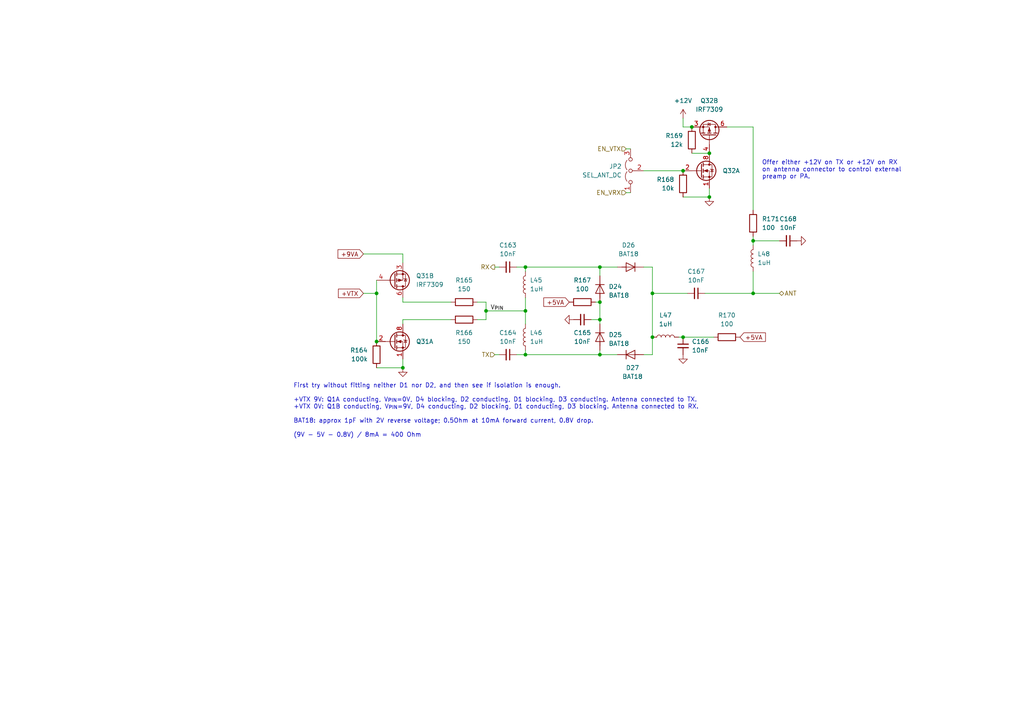
<source format=kicad_sch>
(kicad_sch (version 20211123) (generator eeschema)
  (paper "A4")
  (title_block (title "DART-70 TRX") (date "2023-03-08") (rev "0") (company "HB9EGM") (comment 1 "A 4m Band SSB/CW Transceiver"))
  (lib_symbols
    (symbol "BAT18_1" (pin_numbers hide) (pin_names (offset 0) hide)
      (property "Reference" "D" (at 0 2.54 0))
      (property "Value" "BAT18_1" (at 0 -2.54 0))
      (symbol "BAT18_1_0_1"
        (polyline (pts (xy -1.27 0) (xy 2.54 0)))
        (polyline (pts (xy -1.27 1.27) (xy -1.27 -1.27)) (stroke (width 0.2032)))
        (polyline (pts (xy 1.27 1.27) (xy 1.27 -1.27) (xy -1.27 0) (xy 1.27 1.27)) (stroke (width 0.2032)))
      )
      (symbol "BAT18_1_1_1"
        (pin passive line (at 3.81 0 180) (length 2.54) (name "A") (number "1"))
        (pin no_connect line (at -3.81 1.27 0) (length 2.54) hide (name "NC") (number "2"))
        (pin passive line (at -3.81 0 0) (length 2.54) (name "K") (number "3"))
      )
    )
    (symbol "BAT18_2" (pin_numbers hide) (pin_names (offset 0) hide)
      (property "Reference" "D" (at 0 2.54 0))
      (property "Value" "BAT18_2" (at 0 -2.54 0))
      (symbol "BAT18_2_0_1"
        (polyline (pts (xy -1.27 0) (xy 2.54 0)))
        (polyline (pts (xy -1.27 1.27) (xy -1.27 -1.27)) (stroke (width 0.2032)))
        (polyline (pts (xy 1.27 1.27) (xy 1.27 -1.27) (xy -1.27 0) (xy 1.27 1.27)) (stroke (width 0.2032)))
      )
      (symbol "BAT18_2_1_1"
        (pin passive line (at 3.81 0 180) (length 2.54) (name "A") (number "1"))
        (pin no_connect line (at -3.81 1.27 0) (length 2.54) hide (name "NC") (number "2"))
        (pin passive line (at -3.81 0 0) (length 2.54) (name "K") (number "3"))
      )
    )
    (symbol "BAT18_3" (pin_numbers hide) (pin_names (offset 0) hide)
      (property "Reference" "D" (at 0 2.54 0))
      (property "Value" "BAT18_3" (at 0 -2.54 0))
      (symbol "BAT18_3_0_1"
        (polyline (pts (xy -1.27 0) (xy 2.54 0)))
        (polyline (pts (xy -1.27 1.27) (xy -1.27 -1.27)) (stroke (width 0.2032)))
        (polyline (pts (xy 1.27 1.27) (xy 1.27 -1.27) (xy -1.27 0) (xy 1.27 1.27)) (stroke (width 0.2032)))
      )
      (symbol "BAT18_3_1_1"
        (pin passive line (at 3.81 0 180) (length 2.54) (name "A") (number "1"))
        (pin no_connect line (at -3.81 1.27 0) (length 2.54) hide (name "NC") (number "2"))
        (pin passive line (at -3.81 0 0) (length 2.54) (name "K") (number "3"))
      )
    )
    (symbol "Device:C_Small" (pin_numbers hide) (pin_names (offset 0.254) hide)
      (property "Reference" "C" (at 0.254 1.778 0))
      (property "Value" "C_Small" (at 0.254 -2.032 0))
      (symbol "C_Small_0_1"
        (polyline (pts (xy -1.524 -0.508) (xy 1.524 -0.508)) (stroke (width 0.3302)))
        (polyline (pts (xy -1.524 0.508) (xy 1.524 0.508)) (stroke (width 0.3048)))
      )
      (symbol "C_Small_1_1"
        (pin passive line (at 0 2.54 270) (length 2.032) (name "~") (number "1"))
        (pin passive line (at 0 -2.54 90) (length 2.032) (name "~") (number "2"))
      )
    )
    (symbol "Device:L" (pin_numbers hide) (pin_names (offset 1.016) hide)
      (property "Reference" "L" (at -1.27 0 90))
      (property "Value" "L" (at 1.905 0 90))
      (symbol "L_0_1"
        (arc (start 0 -2.54) (mid 0.635 -1.905) (end 0 -1.27))
        (arc (start 0 -1.27) (mid 0.635 -0.635) (end 0 0))
        (arc (start 0 0) (mid 0.635 0.635) (end 0 1.27))
        (arc (start 0 1.27) (mid 0.635 1.905) (end 0 2.54))
      )
      (symbol "L_1_1"
        (pin passive line (at 0 3.81 270) (length 1.27) (name "1") (number "1"))
        (pin passive line (at 0 -3.81 90) (length 1.27) (name "2") (number "2"))
      )
    )
    (symbol "Device:R" (pin_numbers hide) (pin_names (offset 0))
      (property "Reference" "R" (at 2.032 0 90))
      (property "Value" "R" (at 0 0 90))
      (symbol "R_0_1"
        (rectangle (start -1.016 -2.54) (end 1.016 2.54) (stroke (width 0.254)))
      )
      (symbol "R_1_1"
        (pin passive line (at 0 3.81 270) (length 1.27) (name "~") (number "1"))
        (pin passive line (at 0 -3.81 90) (length 1.27) (name "~") (number "2"))
      )
    )
    (symbol "Jumper:Jumper_3_Open" (pin_names (offset 0) hide)
      (property "Reference" "JP" (at -2.54 -2.54 0))
      (property "Value" "Jumper_3_Open" (at 0 2.794 0))
      (symbol "Jumper_3_Open_0_0"
        (circle (center -3.302 0) (radius 0.508))
        (circle (center 0 0) (radius 0.508))
        (circle (center 3.302 0) (radius 0.508))
      )
      (symbol "Jumper_3_Open_0_1"
        (arc (start -0.254 1.016) (mid -1.651 1.4992) (end -3.048 1.016))
        (polyline (pts (xy 0 -0.508) (xy 0 -1.27)))
        (arc (start 3.048 1.016) (mid 1.651 1.4992) (end 0.254 1.016))
      )
      (symbol "Jumper_3_Open_1_1"
        (pin passive line (at -6.35 0 0) (length 2.54) (name "A") (number "1"))
        (pin passive line (at 0 -3.81 90) (length 2.54) (name "C") (number "2"))
        (pin passive line (at 6.35 0 180) (length 2.54) (name "B") (number "3"))
      )
    )
    (symbol "Transistor_FET:IRF7309IPBF" (pin_names hide)
      (property "Reference" "Q" (at 5.08 1.905 0))
      (property "Value" "IRF7309IPBF" (at 5.08 0 0))
      (symbol "IRF7309IPBF_0_1"
        (polyline (pts (xy 0.254 0) (xy -2.54 0)))
        (polyline (pts (xy 0.254 1.905) (xy 0.254 -1.905)) (stroke (width 0.254)))
        (polyline (pts (xy 0.762 -1.27) (xy 0.762 -2.286)) (stroke (width 0.254)))
        (polyline (pts (xy 0.762 0.508) (xy 0.762 -0.508)) (stroke (width 0.254)))
        (polyline (pts (xy 0.762 2.286) (xy 0.762 1.27)) (stroke (width 0.254)))
        (polyline (pts (xy 2.54 2.54) (xy 2.54 1.778)))
        (polyline (pts (xy 2.54 -2.54) (xy 2.54 0) (xy 0.762 0)))
        (polyline (pts (xy 0.762 -1.778) (xy 3.302 -1.778) (xy 3.302 1.778) (xy 0.762 1.778)))
        (circle (center 1.651 0) (radius 2.794) (stroke (width 0.254)))
        (circle (center 2.54 -1.778) (radius 0.254) (fill (type outline)))
        (circle (center 2.54 1.778) (radius 0.254) (fill (type outline)))
      )
      (symbol "IRF7309IPBF_1_1"
        (polyline (pts (xy 1.016 0) (xy 2.032 0.381) (xy 2.032 -0.381) (xy 1.016 0)) (fill (type outline)))
        (polyline (pts (xy 2.794 0.508) (xy 2.921 0.381) (xy 3.683 0.381) (xy 3.81 0.254)))
        (polyline (pts (xy 3.302 0.381) (xy 2.921 -0.254) (xy 3.683 -0.254) (xy 3.302 0.381)))
        (pin passive line (at 2.54 -5.08 90) (length 2.54) (name "S") (number "1"))
        (pin input line (at -5.08 0 0) (length 2.54) (name "G") (number "2"))
        (pin passive line (at 2.54 5.08 270) (length 2.54) hide (name "D") (number "7"))
        (pin passive line (at 2.54 5.08 270) (length 2.54) (name "D") (number "8"))
      )
      (symbol "IRF7309IPBF_2_1"
        (polyline (pts (xy 2.286 0) (xy 1.27 0.381) (xy 1.27 -0.381) (xy 2.286 0)) (fill (type outline)))
        (polyline (pts (xy 2.794 -0.508) (xy 2.921 -0.381) (xy 3.683 -0.381) (xy 3.81 -0.254)))
        (polyline (pts (xy 3.302 -0.381) (xy 2.921 0.254) (xy 3.683 0.254) (xy 3.302 -0.381)))
        (pin passive line (at 2.54 -5.08 90) (length 2.54) (name "1") (number "3"))
        (pin input line (at -5.08 0 0) (length 2.54) (name "G") (number "4"))
        (pin passive line (at 2.54 5.08 270) (length 2.54) hide (name "D") (number "5"))
        (pin passive line (at 2.54 5.08 270) (length 2.54) (name "D") (number "6"))
      )
    )
    (symbol "mpb:BAT18" (pin_numbers hide) (pin_names (offset 0) hide)
      (property "Reference" "D" (at 0 2.54 0))
      (property "Value" "BAT18" (at 0 -2.54 0))
      (symbol "BAT18_0_1"
        (polyline (pts (xy -1.27 0) (xy 2.54 0)))
        (polyline (pts (xy -1.27 1.27) (xy -1.27 -1.27)) (stroke (width 0.2032)))
        (polyline (pts (xy 1.27 1.27) (xy 1.27 -1.27) (xy -1.27 0) (xy 1.27 1.27)) (stroke (width 0.2032)))
      )
      (symbol "BAT18_1_1"
        (pin passive line (at 3.81 0 180) (length 2.54) (name "A") (number "1"))
        (pin no_connect line (at -3.81 1.27 0) (length 2.54) hide (name "NC") (number "2"))
        (pin passive line (at -3.81 0 0) (length 2.54) (name "K") (number "3"))
      )
    )
    (symbol "power:+12V" (power) (pin_names (offset 0))
      (property "Value" "+12V" (at 0 3.556 0))
      (symbol "+12V_0_1"
        (polyline (pts (xy -0.762 1.27) (xy 0 2.54)))
        (polyline (pts (xy 0 0) (xy 0 2.54)))
        (polyline (pts (xy 0 2.54) (xy 0.762 1.27)))
      )
      (symbol "+12V_1_1"
        (pin power_in line (at 0 0 90) (length 0) hide (name "+12V") (number "1"))
      )
    )
    (symbol "power:GND" (power) (pin_names (offset 0))
      (property "Value" "GND" (at 0 -3.81 0))
      (symbol "GND_0_1"
        (polyline (pts (xy 0 0) (xy 0 -1.27) (xy 1.27 -1.27) (xy 0 -2.54) (xy -1.27 -1.27) (xy 0 -1.27)))
      )
      (symbol "GND_1_1"
        (pin power_in line (at 0 0 270) (length 0) hide (name "GND") (number "1"))
      )
    )
  )
  (junction (at 189.23 85.09))
  (junction (at 152.4 102.87))
  (junction (at 109.22 99.06))
  (junction (at 173.99 87.63))
  (junction (at 116.84 106.68))
  (junction (at 140.97 90.17))
  (junction (at 205.74 44.45))
  (junction (at 200.66 36.83))
  (junction (at 198.12 97.79))
  (junction (at 173.99 77.47))
  (junction (at 189.23 97.79))
  (junction (at 173.99 92.71))
  (junction (at 152.4 77.47))
  (junction (at 152.4 90.17))
  (junction (at 109.22 85.09))
  (junction (at 218.44 69.85))
  (junction (at 218.44 85.09))
  (junction (at 205.74 57.15))
  (junction (at 198.12 49.53))
  (junction (at 173.99 102.87))
  (wire (pts (xy 149.86 77.47) (xy 152.4 77.47)))
  (wire (pts (xy 189.23 97.79) (xy 189.23 102.87)))
  (wire (pts (xy 179.07 102.87) (xy 173.99 102.87)))
  (wire (pts (xy 205.74 54.61) (xy 205.74 57.15)))
  (wire (pts (xy 143.51 102.87) (xy 144.78 102.87)))
  (wire (pts (xy 149.86 102.87) (xy 152.4 102.87)))
  (wire (pts (xy 173.99 77.47) (xy 179.07 77.47)))
  (wire (pts (xy 189.23 85.09) (xy 199.39 85.09)))
  (wire (pts (xy 173.99 92.71) (xy 173.99 93.98)))
  (wire (pts (xy 181.61 43.18) (xy 182.88 43.18)))
  (wire (pts (xy 173.99 87.63) (xy 173.99 92.71)))
  (wire (pts (xy 152.4 102.87) (xy 152.4 101.6)))
  (wire (pts (xy 109.22 85.09) (xy 109.22 99.06)))
  (wire (pts (xy 109.22 81.28) (xy 109.22 85.09)))
  (wire (pts (xy 218.44 69.85) (xy 218.44 71.12)))
  (wire (pts (xy 152.4 78.74) (xy 152.4 77.47)))
  (wire (pts (xy 198.12 34.29) (xy 198.12 36.83)))
  (wire (pts (xy 198.12 36.83) (xy 200.66 36.83)))
  (wire (pts (xy 200.66 44.45) (xy 205.74 44.45)))
  (wire (pts (xy 109.22 106.68) (xy 116.84 106.68)))
  (wire (pts (xy 173.99 102.87) (xy 152.4 102.87)))
  (wire (pts (xy 173.99 80.01) (xy 173.99 77.47)))
  (wire (pts (xy 218.44 60.96) (xy 218.44 36.83)))
  (wire (pts (xy 116.84 87.63) (xy 130.81 87.63)))
  (wire (pts (xy 116.84 106.68) (xy 116.84 104.14)))
  (wire (pts (xy 218.44 36.83) (xy 210.82 36.83)))
  (wire (pts (xy 116.84 86.36) (xy 116.84 87.63)))
  (wire (pts (xy 189.23 102.87) (xy 186.69 102.87)))
  (wire (pts (xy 189.23 85.09) (xy 189.23 97.79)))
  (wire (pts (xy 198.12 97.79) (xy 207.01 97.79)))
  (wire (pts (xy 204.47 85.09) (xy 218.44 85.09)))
  (wire (pts (xy 116.84 73.66) (xy 116.84 76.2)))
  (wire (pts (xy 218.44 85.09) (xy 226.06 85.09)))
  (wire (pts (xy 105.41 73.66) (xy 116.84 73.66)))
  (wire (pts (xy 218.44 68.58) (xy 218.44 69.85)))
  (wire (pts (xy 181.61 55.88) (xy 182.88 55.88)))
  (wire (pts (xy 140.97 92.71) (xy 138.43 92.71)))
  (wire (pts (xy 152.4 90.17) (xy 152.4 93.98)))
  (wire (pts (xy 140.97 87.63) (xy 138.43 87.63)))
  (wire (pts (xy 105.41 85.09) (xy 109.22 85.09)))
  (wire (pts (xy 196.85 97.79) (xy 198.12 97.79)))
  (wire (pts (xy 218.44 78.74) (xy 218.44 85.09)))
  (wire (pts (xy 152.4 86.36) (xy 152.4 90.17)))
  (wire (pts (xy 189.23 77.47) (xy 186.69 77.47)))
  (wire (pts (xy 218.44 69.85) (xy 226.06 69.85)))
  (wire (pts (xy 173.99 102.87) (xy 173.99 101.6)))
  (wire (pts (xy 152.4 77.47) (xy 173.99 77.47)))
  (wire (pts (xy 173.99 92.71) (xy 171.45 92.71)))
  (wire (pts (xy 172.72 87.63) (xy 173.99 87.63)))
  (wire (pts (xy 116.84 92.71) (xy 116.84 93.98)))
  (wire (pts (xy 205.74 57.15) (xy 198.12 57.15)))
  (wire (pts (xy 143.51 77.47) (xy 144.78 77.47)))
  (wire (pts (xy 186.69 49.53) (xy 198.12 49.53)))
  (wire (pts (xy 140.97 90.17) (xy 152.4 90.17)))
  (wire (pts (xy 189.23 77.47) (xy 189.23 85.09)))
  (wire (pts (xy 140.97 87.63) (xy 140.97 90.17)))
  (wire (pts (xy 130.81 92.71) (xy 116.84 92.71)))
  (wire (pts (xy 140.97 90.17) (xy 140.97 92.71)))
  (text "Offer either +12V on TX or +12V on RX\non antenna connector to control external\npreamp or PA." (at 220.98 52.07 0) (effects (font (size 1.27 1.27)) (justify left bottom)))
  (text "First try without fitting neither D1 nor D2, and then see if isolation is enough.\n\n+VTX 9V: Q1A conducting, V_{PIN}=0V, D4 blocking, D2 conducting, D1 blocking, D3 conducting. Antenna connected to TX.\n+VTX 0V: Q1B conducting, V_{PIN}=9V, D4 conducting, D2 blocking, D1 conducting, D3 blocking. Antenna connected to RX.\n\nBAT18: approx 1pF with 2V reverse voltage; 0.5Ohm at 10mA forward current, 0.8V drop.\n\n(9V - 5V - 0.8V) / 8mA = 400 Ohm" (at 85.09 127 0) (effects (font (size 1.27 1.27)) (justify left bottom)))
  (label "V_{PIN}" (at 142.24 90.17 0))
  (global_label "+5VA" (shape input) (at 214.63 97.79 0) (property "Intersheet References" "${INTERSHEET_REFS}" (effects hide)))
  (global_label "+5VA" (shape input) (at 165.1 87.63 180) (property "Intersheet References" "${INTERSHEET_REFS}" (effects hide)))
  (global_label "+VTX" (shape input) (at 105.41 85.09 180) (property "Intersheet References" "${INTERSHEET_REFS}" (effects hide)))
  (global_label "+9VA" (shape input) (at 105.41 73.66 180) (property "Intersheet References" "${INTERSHEET_REFS}" (effects hide)))
  (hierarchical_label "TX" (shape input) (at 143.51 102.87 180))
  (hierarchical_label "ANT" (shape bidirectional) (at 226.06 85.09 0))
  (hierarchical_label "EN_VRX" (shape input) (at 181.61 55.88 180))
  (hierarchical_label "EN_VTX" (shape input) (at 181.61 43.18 180))
  (hierarchical_label "RX" (shape output) (at 143.51 77.47 180))
  (symbol (lib_name "BAT18_3") (lib_id "mpb:BAT18") (at 182.88 77.47 180) (unit 1)
    (property "Reference" "D26" (at 182.2958 71.12 0))
    (property "Value" "BAT18" (at 182.2958 73.66 0))
    (property "Footprint" "Package_TO_SOT_SMD:SOT-23_Handsoldering" (effects hide))
    (property "Datasheet" "/home/bram/Sync/Doc/Datasheet/BAT18-1125947.pdf" (effects hide))
    (property "Need_order" "0" (effects hide))
    (property "MPN" "BAT18" (effects hide))
  )
  (symbol (lib_id "Device:L") (at 218.44 74.93 180) (unit 1)
    (property "Reference" "L48" (at 219.71 73.6599 0) (effects (justify right)))
    (property "Value" "1uH" (at 219.71 76.1999 0) (effects (justify right)))
    (property "Footprint" "Inductor_SMD:L_1008_2520Metric_Pad1.43x2.20mm_HandSolder" (effects hide))
    (property "MPN" "LQW2UAS1R0x0CL" (effects hide))
    (property "Need_order" "0" (effects hide))
  )
  (symbol (lib_id "Transistor_FET:IRF7309IPBF") (at 203.2 49.53 0) (unit 1)
    (property "Reference" "Q32" (at 209.55 49.5299 0) (effects (justify left)))
    (property "Value" "IRF7309" (effects hide))
    (property "Footprint" "Package_SO:SOIC-8_3.9x4.9mm_P1.27mm" (effects hide))
    (property "Datasheet" "/home/bram/Sync/Doc/Datasheet/IRF7309.pdf" (effects hide))
    (property "MPN" "IRF7309TRPBF" (effects hide))
    (property "Need_order" "0" (effects hide))
  )
  (symbol (lib_id "Device:C_Small") (at 198.12 100.33 0) (mirror y) (unit 1)
    (property "Reference" "C166" (at 200.66 99.0662 0) (effects (justify right)))
    (property "Value" "10nF" (at 200.66 101.6062 0) (effects (justify right)))
    (property "Footprint" "Capacitor_SMD:C_0805_2012Metric_Pad1.18x1.45mm_HandSolder" (effects hide))
    (property "MPN" "VJ0805A103KXJTBC" (effects hide))
    (property "Need_order" "0" (effects hide))
  )
  (symbol (lib_id "power:GND") (at 116.84 106.68 0) (unit 1)
    (property "Reference" "#PWR0204" (effects hide))
    (property "Value" "GND" (effects hide))
  )
  (symbol (lib_id "power:+12V") (at 198.12 34.29 0) (unit 1)
    (property "Reference" "#PWR0206" (effects hide))
    (property "Value" "+12V" (at 198.12 29.21 0))
  )
  (symbol (lib_id "Device:R") (at 198.12 53.34 180) (unit 1)
    (property "Reference" "R168" (at 195.58 52.0699 0) (effects (justify left)))
    (property "Value" "10k" (at 195.58 54.6099 0) (effects (justify left)))
    (property "Footprint" "Resistor_SMD:R_0603_1608Metric_Pad0.98x0.95mm_HandSolder" (effects hide))
    (property "Need_order" "0" (effects hide))
  )
  (symbol (lib_id "Device:R") (at 218.44 64.77 180) (unit 1)
    (property "Reference" "R171" (at 220.98 63.4999 0) (effects (justify right)))
    (property "Value" "100" (at 220.98 66.0399 0) (effects (justify right)))
    (property "Footprint" "Resistor_SMD:R_0603_1608Metric_Pad0.98x0.95mm_HandSolder" (effects hide))
    (property "Need_order" "0" (effects hide))
  )
  (symbol (lib_name "BAT18_2") (lib_id "mpb:BAT18") (at 173.99 83.82 270) (unit 1)
    (property "Reference" "D24" (at 176.53 83.1341 90) (effects (justify left)))
    (property "Value" "BAT18" (at 176.53 85.6741 90) (effects (justify left)))
    (property "Footprint" "Package_TO_SOT_SMD:SOT-23_Handsoldering" (effects hide))
    (property "Datasheet" "/home/bram/Sync/Doc/Datasheet/BAT18-1125947.pdf" (effects hide))
    (property "Need_order" "0" (effects hide))
    (property "MPN" "BAT18" (effects hide))
  )
  (symbol (lib_id "Device:C_Small") (at 147.32 77.47 270) (mirror x) (unit 1)
    (property "Reference" "C163" (at 147.3136 71.12 90))
    (property "Value" "10nF" (at 147.3136 73.66 90))
    (property "Footprint" "Capacitor_SMD:C_0805_2012Metric_Pad1.18x1.45mm_HandSolder" (effects hide))
    (property "MPN" "VJ0805A103KXJTBC" (effects hide))
    (property "Need_order" "0" (effects hide))
  )
  (symbol (lib_id "Jumper:Jumper_3_Open") (at 182.88 49.53 90) (unit 1)
    (property "Reference" "JP2" (at 180.34 48.2599 90) (effects (justify left)))
    (property "Value" "SEL_ANT_DC" (at 180.34 50.7999 90) (effects (justify left)))
    (property "Footprint" "Connector_PinHeader_2.54mm:PinHeader_1x03_P2.54mm_Vertical" (effects hide))
  )
  (symbol (lib_id "Device:R") (at 134.62 92.71 270) (unit 1)
    (property "Reference" "R166" (at 134.62 96.52 90))
    (property "Value" "150" (at 134.62 99.06 90))
    (property "Footprint" "Resistor_SMD:R_0603_1608Metric_Pad0.98x0.95mm_HandSolder" (effects hide))
    (property "Need_order" "0" (effects hide))
  )
  (symbol (lib_id "Device:L") (at 152.4 97.79 180) (unit 1)
    (property "Reference" "L46" (at 153.67 96.5199 0) (effects (justify right)))
    (property "Value" "1uH" (at 153.67 99.0599 0) (effects (justify right)))
    (property "Footprint" "Inductor_SMD:L_1008_2520Metric_Pad1.43x2.20mm_HandSolder" (effects hide))
    (property "MPN" "LQW2UAS1R0x0CL" (effects hide))
    (property "Need_order" "0" (effects hide))
  )
  (symbol (lib_id "Device:C_Small") (at 201.93 85.09 270) (mirror x) (unit 1)
    (property "Reference" "C167" (at 201.9236 78.74 90))
    (property "Value" "10nF" (at 201.9236 81.28 90))
    (property "Footprint" "Capacitor_SMD:C_0805_2012Metric_Pad1.18x1.45mm_HandSolder" (effects hide))
    (property "MPN" "VJ0805A103KXJTBC" (effects hide))
    (property "Need_order" "0" (effects hide))
  )
  (symbol (lib_id "Device:R") (at 210.82 97.79 90) (unit 1)
    (property "Reference" "R170" (at 210.82 91.44 90))
    (property "Value" "100" (at 210.82 93.98 90))
    (property "Footprint" "Resistor_SMD:R_0603_1608Metric_Pad0.98x0.95mm_HandSolder" (effects hide))
    (property "Need_order" "0" (effects hide))
  )
  (symbol (lib_id "power:GND") (at 205.74 57.15 0) (unit 1)
    (property "Reference" "#PWR0208" (effects hide))
    (property "Value" "GND" (effects hide))
  )
  (symbol (lib_id "Transistor_FET:IRF7309IPBF") (at 114.3 99.06 0) (unit 1)
    (property "Reference" "Q31" (at 120.65 99.0599 0) (effects (justify left)))
    (property "Value" "IRF7309" (effects hide))
    (property "Footprint" "Package_SO:SOIC-8_3.9x4.9mm_P1.27mm" (effects hide))
    (property "Datasheet" "/home/bram/Sync/Doc/Datasheet/IRF7309.pdf" (effects hide))
    (property "MPN" "IRF7309TRPBF" (effects hide))
    (property "Need_order" "0" (effects hide))
  )
  (symbol (lib_id "Transistor_FET:IRF7309IPBF") (at 114.3 81.28 0) (mirror x) (unit 2)
    (property "Reference" "Q31" (at 120.65 80.0099 0) (effects (justify left)))
    (property "Value" "IRF7309" (at 120.65 82.5499 0) (effects (justify left)))
    (property "Footprint" "Package_SO:SOIC-8_3.9x4.9mm_P1.27mm" (effects hide))
    (property "Datasheet" "/home/bram/Sync/Doc/Datasheet/IRF7309.pdf" (effects hide))
    (property "MPN" "IRF7309TRPBF" (effects hide))
    (property "Need_order" "0" (effects hide))
  )
  (symbol (lib_id "Transistor_FET:IRF7309IPBF") (at 205.74 39.37 270) (mirror x) (unit 2)
    (property "Reference" "Q32" (at 205.74 29.21 90))
    (property "Value" "IRF7309" (at 205.74 31.75 90))
    (property "Footprint" "Package_SO:SOIC-8_3.9x4.9mm_P1.27mm" (effects hide))
    (property "Datasheet" "/home/bram/Sync/Doc/Datasheet/IRF7309.pdf" (effects hide))
    (property "MPN" "IRF7309TRPBF" (effects hide))
    (property "Need_order" "0" (effects hide))
  )
  (symbol (lib_id "mpb:BAT18") (at 182.88 102.87 0) (unit 1)
    (property "Reference" "D27" (at 183.4642 106.68 0))
    (property "Value" "BAT18" (at 183.4642 109.22 0))
    (property "Footprint" "Package_TO_SOT_SMD:SOT-23_Handsoldering" (effects hide))
    (property "Datasheet" "/home/bram/Sync/Doc/Datasheet/BAT18-1125947.pdf" (effects hide))
    (property "Need_order" "0" (effects hide))
    (property "MPN" "BAT18" (effects hide))
  )
  (symbol (lib_id "Device:R") (at 200.66 40.64 0) (unit 1)
    (property "Reference" "R169" (at 198.12 39.3699 0) (effects (justify right)))
    (property "Value" "12k" (at 198.12 41.9099 0) (effects (justify right)))
    (property "Footprint" "Resistor_SMD:R_0603_1608Metric_Pad0.98x0.95mm_HandSolder" (effects hide))
    (property "Need_order" "0" (effects hide))
  )
  (symbol (lib_id "Device:L") (at 193.04 97.79 90) (unit 1)
    (property "Reference" "L47" (at 193.04 91.44 90))
    (property "Value" "1uH" (at 193.04 93.98 90))
    (property "Footprint" "Inductor_SMD:L_1008_2520Metric_Pad1.43x2.20mm_HandSolder" (effects hide))
    (property "MPN" "LQW2UAS1R0x0CL" (effects hide))
    (property "Need_order" "0" (effects hide))
  )
  (symbol (lib_id "Device:R") (at 109.22 102.87 0) (unit 1)
    (property "Reference" "R164" (at 106.68 101.5999 0) (effects (justify right)))
    (property "Value" "100k" (at 106.68 104.1399 0) (effects (justify right)))
    (property "Footprint" "Resistor_SMD:R_0603_1608Metric_Pad0.98x0.95mm_HandSolder" (effects hide))
    (property "Need_order" "0" (effects hide))
  )
  (symbol (lib_id "Device:C_Small") (at 228.6 69.85 270) (mirror x) (unit 1)
    (property "Reference" "C168" (at 228.5936 63.5 90))
    (property "Value" "10nF" (at 228.5936 66.04 90))
    (property "Footprint" "Capacitor_SMD:C_0805_2012Metric_Pad1.18x1.45mm_HandSolder" (effects hide))
    (property "MPN" "VJ0805A103KXJTBC" (effects hide))
    (property "Need_order" "0" (effects hide))
  )
  (symbol (lib_name "BAT18_1") (lib_id "mpb:BAT18") (at 173.99 97.79 270) (unit 1)
    (property "Reference" "D25" (at 176.53 97.1041 90) (effects (justify left)))
    (property "Value" "BAT18" (at 176.53 99.6441 90) (effects (justify left)))
    (property "Footprint" "Package_TO_SOT_SMD:SOT-23_Handsoldering" (effects hide))
    (property "Datasheet" "/home/bram/Sync/Doc/Datasheet/BAT18-1125947.pdf" (effects hide))
    (property "Need_order" "0" (effects hide))
    (property "MPN" "BAT18" (effects hide))
  )
  (symbol (lib_id "Device:C_Small") (at 147.32 102.87 270) (mirror x) (unit 1)
    (property "Reference" "C164" (at 147.3136 96.52 90))
    (property "Value" "10nF" (at 147.3136 99.06 90))
    (property "Footprint" "Capacitor_SMD:C_0805_2012Metric_Pad1.18x1.45mm_HandSolder" (effects hide))
    (property "MPN" "VJ0805A103KXJTBC" (effects hide))
    (property "Need_order" "0" (effects hide))
  )
  (symbol (lib_id "power:GND") (at 166.37 92.71 270) (unit 1)
    (property "Reference" "#PWR0205" (effects hide))
    (property "Value" "GND" (effects hide))
  )
  (symbol (lib_id "Device:R") (at 168.91 87.63 270) (unit 1)
    (property "Reference" "R167" (at 168.91 81.28 90))
    (property "Value" "100" (at 168.91 83.82 90))
    (property "Footprint" "Resistor_SMD:R_0603_1608Metric_Pad0.98x0.95mm_HandSolder" (effects hide))
    (property "Need_order" "0" (effects hide))
  )
  (symbol (lib_id "Device:C_Small") (at 168.91 92.71 270) (mirror x) (unit 1)
    (property "Reference" "C165" (at 168.9036 96.52 90))
    (property "Value" "10nF" (at 168.9036 99.06 90))
    (property "Footprint" "Capacitor_SMD:C_0805_2012Metric_Pad1.18x1.45mm_HandSolder" (effects hide))
    (property "MPN" "VJ0805A103KXJTBC" (effects hide))
    (property "Need_order" "0" (effects hide))
  )
  (symbol (lib_id "power:GND") (at 231.14 69.85 90) (unit 1)
    (property "Reference" "#PWR0209" (effects hide))
    (property "Value" "GND" (effects hide))
  )
  (symbol (lib_id "power:GND") (at 198.12 102.87 0) (unit 1)
    (property "Reference" "#PWR0207" (effects hide))
    (property "Value" "GND" (effects hide))
  )
  (symbol (lib_id "Device:L") (at 152.4 82.55 180) (unit 1)
    (property "Reference" "L45" (at 153.67 81.2799 0) (effects (justify right)))
    (property "Value" "1uH" (at 153.67 83.8199 0) (effects (justify right)))
    (property "Footprint" "Inductor_SMD:L_1008_2520Metric_Pad1.43x2.20mm_HandSolder" (effects hide))
    (property "MPN" "LQW2UAS1R0x0CL" (effects hide))
    (property "Need_order" "0" (effects hide))
  )
  (symbol (lib_id "Device:R") (at 134.62 87.63 270) (unit 1)
    (property "Reference" "R165" (at 134.62 81.28 90))
    (property "Value" "150" (at 134.62 83.82 90))
    (property "Footprint" "Resistor_SMD:R_0603_1608Metric_Pad0.98x0.95mm_HandSolder" (effects hide))
    (property "Need_order" "0" (effects hide))
  )
)
</source>
